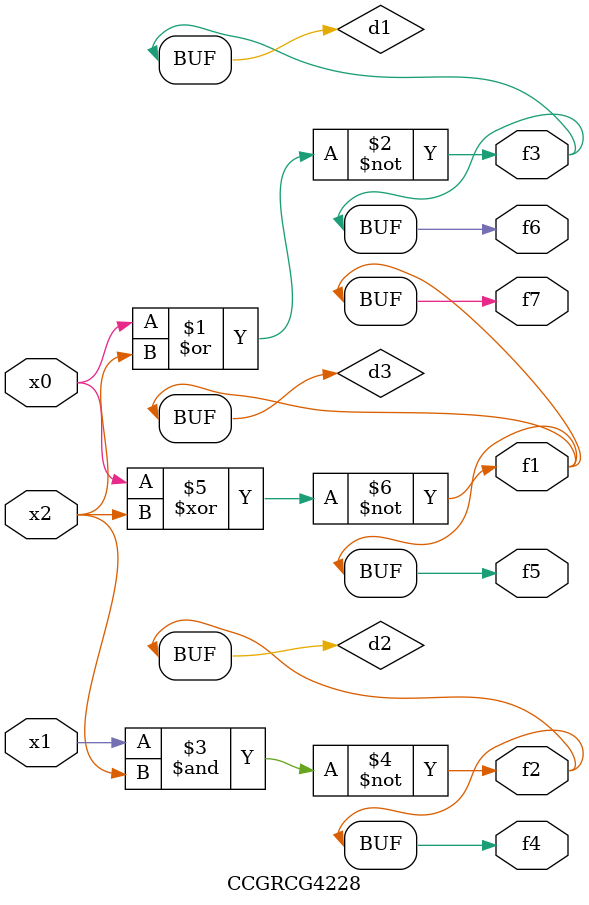
<source format=v>
module CCGRCG4228(
	input x0, x1, x2,
	output f1, f2, f3, f4, f5, f6, f7
);

	wire d1, d2, d3;

	nor (d1, x0, x2);
	nand (d2, x1, x2);
	xnor (d3, x0, x2);
	assign f1 = d3;
	assign f2 = d2;
	assign f3 = d1;
	assign f4 = d2;
	assign f5 = d3;
	assign f6 = d1;
	assign f7 = d3;
endmodule

</source>
